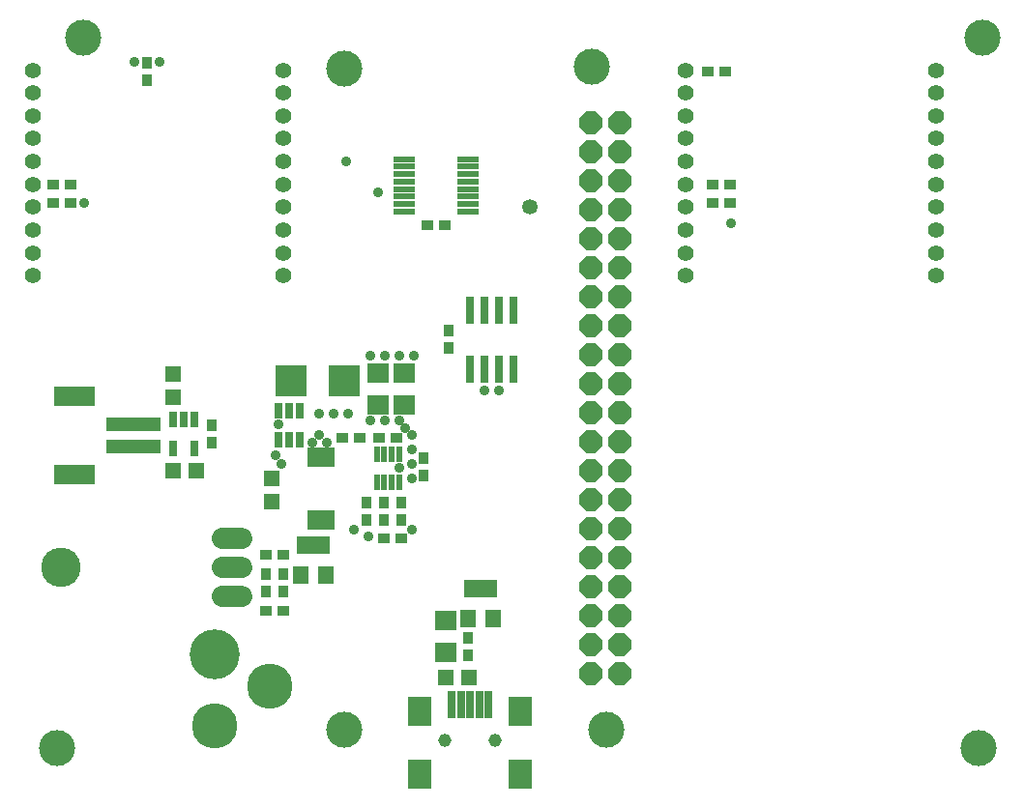
<source format=gts>
G75*
G70*
%OFA0B0*%
%FSLAX24Y24*%
%IPPOS*%
%LPD*%
%AMOC8*
5,1,8,0,0,1.08239X$1,22.5*
%
%ADD10OC8,0.0800*%
%ADD11C,0.1241*%
%ADD12C,0.0560*%
%ADD13R,0.0375X0.0414*%
%ADD14R,0.0414X0.0375*%
%ADD15R,0.0277X0.0532*%
%ADD16R,0.0532X0.0572*%
%ADD17R,0.0572X0.0532*%
%ADD18R,0.0847X0.1005*%
%ADD19R,0.0257X0.0969*%
%ADD20C,0.0454*%
%ADD21C,0.1720*%
%ADD22C,0.1562*%
%ADD23R,0.0769X0.0690*%
%ADD24R,0.1162X0.0611*%
%ADD25R,0.0532X0.0611*%
%ADD26C,0.0720*%
%ADD27C,0.1360*%
%ADD28R,0.0296X0.0926*%
%ADD29R,0.0220X0.0540*%
%ADD30R,0.1060X0.1060*%
%ADD31R,0.0926X0.0651*%
%ADD32R,0.0260X0.0540*%
%ADD33R,0.0730X0.0200*%
%ADD34R,0.1871X0.0454*%
%ADD35R,0.1399X0.0690*%
%ADD36C,0.0350*%
%ADD37C,0.0532*%
D10*
X020225Y005170D03*
X021225Y005170D03*
X021225Y006170D03*
X021225Y007170D03*
X020225Y007170D03*
X020225Y006170D03*
X020225Y008170D03*
X020225Y009170D03*
X021225Y009170D03*
X021225Y008170D03*
X021225Y010170D03*
X021225Y011170D03*
X020225Y011170D03*
X020225Y010170D03*
X020225Y012170D03*
X020225Y013170D03*
X020225Y014170D03*
X021225Y014170D03*
X021225Y013170D03*
X021225Y012170D03*
X021225Y015170D03*
X021225Y016170D03*
X020225Y016170D03*
X020225Y015170D03*
X020225Y017170D03*
X020225Y018170D03*
X021225Y018170D03*
X021225Y017170D03*
X021225Y019170D03*
X021225Y020170D03*
X020225Y020170D03*
X020225Y019170D03*
X020225Y021170D03*
X020225Y022170D03*
X021225Y022170D03*
X021225Y021170D03*
X021225Y023170D03*
X021225Y024170D03*
X020225Y024170D03*
X020225Y023170D03*
D11*
X001850Y002625D03*
X011725Y003250D03*
X020775Y003250D03*
X033600Y002625D03*
X020275Y026100D03*
X011725Y026050D03*
X002725Y027125D03*
X033725Y027125D03*
D12*
X032156Y025993D03*
X032156Y025206D03*
X032156Y024419D03*
X032156Y023631D03*
X032156Y022844D03*
X032156Y022056D03*
X032156Y021269D03*
X032156Y020481D03*
X032156Y019694D03*
X032156Y018907D03*
X023494Y018907D03*
X023494Y019694D03*
X023494Y020481D03*
X023494Y021269D03*
X023494Y022056D03*
X023494Y022844D03*
X023494Y023631D03*
X023494Y024419D03*
X023494Y025206D03*
X023494Y025993D03*
X009656Y025993D03*
X009656Y025206D03*
X009656Y024419D03*
X009656Y023631D03*
X009656Y022844D03*
X009656Y022056D03*
X009656Y021269D03*
X009656Y020481D03*
X009656Y019694D03*
X009656Y018907D03*
X000994Y018907D03*
X000994Y019694D03*
X000994Y020481D03*
X000994Y021269D03*
X000994Y022056D03*
X000994Y022844D03*
X000994Y023631D03*
X000994Y024419D03*
X000994Y025206D03*
X000994Y025993D03*
D13*
X004950Y026250D03*
X004950Y025650D03*
X015325Y017000D03*
X015325Y016400D03*
X014475Y012625D03*
X014475Y012025D03*
X013700Y011075D03*
X013700Y010475D03*
X013100Y010475D03*
X012500Y010475D03*
X012500Y011075D03*
X013100Y011075D03*
X009650Y008625D03*
X009650Y008025D03*
X009050Y008025D03*
X009050Y008625D03*
X007175Y013150D03*
X007175Y013750D03*
X016000Y006400D03*
X016000Y005800D03*
D14*
X013700Y009850D03*
X013100Y009850D03*
X009625Y009275D03*
X009025Y009275D03*
X009050Y007350D03*
X009650Y007350D03*
X011675Y013325D03*
X012275Y013325D03*
X012925Y013325D03*
X013525Y013325D03*
X014600Y020650D03*
X015200Y020650D03*
X024440Y021430D03*
X025040Y021430D03*
X025040Y022058D03*
X024440Y022058D03*
X024275Y025950D03*
X024875Y025950D03*
X002290Y022053D03*
X001690Y022053D03*
X001690Y021425D03*
X002290Y021425D03*
D15*
X005826Y013962D03*
X006200Y013962D03*
X006574Y013962D03*
X006574Y012938D03*
X005826Y012938D03*
D16*
X005850Y012175D03*
X006650Y012175D03*
X015225Y005050D03*
X016025Y005050D03*
D17*
X009225Y011100D03*
X009225Y011900D03*
X005825Y014725D03*
X005825Y015525D03*
D18*
X014343Y003878D03*
X014343Y001713D03*
X017807Y001713D03*
X017807Y003878D03*
D19*
X016705Y004100D03*
X016390Y004100D03*
X016075Y004100D03*
X015760Y004100D03*
X015445Y004100D03*
D20*
X015209Y002894D03*
X016941Y002894D03*
D21*
X007275Y005854D03*
D22*
X009165Y004732D03*
X007275Y003394D03*
D23*
X015250Y005924D03*
X015250Y007026D03*
X013800Y014449D03*
X012900Y014449D03*
X012900Y015551D03*
X013800Y015551D03*
D24*
X010675Y009612D03*
X016450Y008112D03*
D25*
X016017Y007088D03*
X016883Y007088D03*
X011108Y008588D03*
X010242Y008588D03*
D26*
X008205Y008850D02*
X007545Y008850D01*
X007545Y007850D02*
X008205Y007850D01*
X008205Y009850D02*
X007545Y009850D01*
D27*
X001975Y008850D03*
D28*
X016075Y015676D03*
X016575Y015676D03*
X017075Y015676D03*
X017575Y015676D03*
X017575Y017724D03*
X017075Y017724D03*
X016575Y017724D03*
X016075Y017724D03*
D29*
X013630Y012755D03*
X013380Y012755D03*
X013120Y012755D03*
X012870Y012755D03*
X012870Y011795D03*
X013120Y011795D03*
X013380Y011795D03*
X013630Y011795D03*
D30*
X011750Y015275D03*
X009900Y015275D03*
D31*
X010925Y012633D03*
X010925Y010467D03*
D32*
X010220Y013260D03*
X009850Y013260D03*
X009480Y013260D03*
X009480Y014240D03*
X009850Y014240D03*
X010220Y014240D03*
D33*
X013800Y021125D03*
X013800Y021385D03*
X013800Y021645D03*
X013800Y021895D03*
X013800Y022155D03*
X013800Y022405D03*
X013800Y022665D03*
X013800Y022925D03*
X016000Y022925D03*
X016000Y022665D03*
X016000Y022405D03*
X016000Y022155D03*
X016000Y021895D03*
X016000Y021645D03*
X016000Y021385D03*
X016000Y021125D03*
D34*
X004482Y013794D03*
X004482Y013006D03*
D35*
X002434Y012061D03*
X002434Y014739D03*
D36*
X009475Y013775D03*
X010625Y013150D03*
X010875Y013400D03*
X011125Y013150D03*
X010875Y014150D03*
X011375Y014150D03*
X011875Y014150D03*
X012625Y013900D03*
X013125Y013900D03*
X013625Y013900D03*
X013825Y013650D03*
X014075Y013400D03*
X014075Y012900D03*
X014075Y012400D03*
X013650Y012275D03*
X014075Y011900D03*
X014075Y010150D03*
X012575Y009900D03*
X012075Y010150D03*
X009575Y012400D03*
X009375Y012725D03*
X012625Y016150D03*
X013125Y016150D03*
X013625Y016150D03*
X014125Y016150D03*
X016575Y014950D03*
X017075Y014950D03*
X025075Y020700D03*
X012900Y021775D03*
X011800Y022850D03*
X005375Y026275D03*
X004500Y026275D03*
X002775Y021425D03*
D37*
X018150Y021275D03*
M02*

</source>
